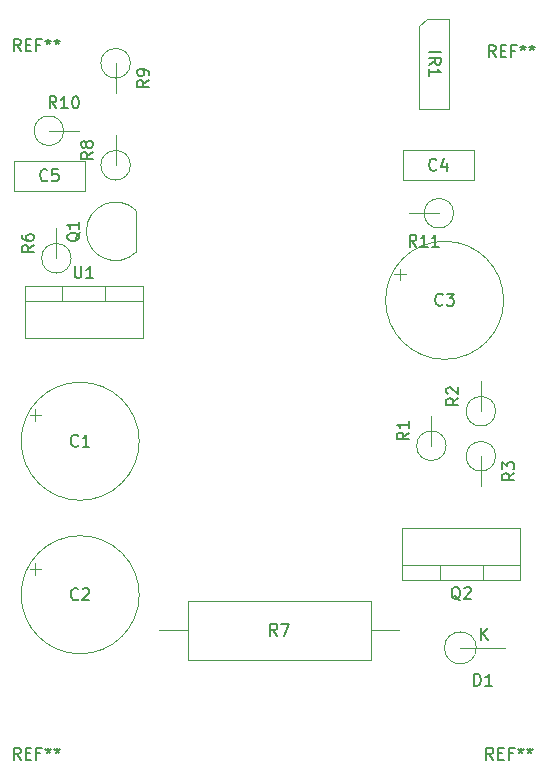
<source format=gbr>
G04 #@! TF.GenerationSoftware,KiCad,Pcbnew,5.1.5+dfsg1-2build2*
G04 #@! TF.CreationDate,2021-01-30T17:04:27-06:00*
G04 #@! TF.ProjectId,speaker-switcher-remote,73706561-6b65-4722-9d73-776974636865,rev?*
G04 #@! TF.SameCoordinates,Original*
G04 #@! TF.FileFunction,Other,Fab,Top*
%FSLAX46Y46*%
G04 Gerber Fmt 4.6, Leading zero omitted, Abs format (unit mm)*
G04 Created by KiCad (PCBNEW 5.1.5+dfsg1-2build2) date 2021-01-30 17:04:27*
%MOMM*%
%LPD*%
G04 APERTURE LIST*
%ADD10C,0.100000*%
%ADD11C,0.150000*%
G04 APERTURE END LIST*
D10*
X160620000Y-80700000D02*
X158080000Y-80700000D01*
X161870000Y-80700000D02*
G75*
G03X161870000Y-80700000I-1250000J0D01*
G01*
X124640000Y-78775000D02*
X130640000Y-78775000D01*
X124640000Y-76275000D02*
X124640000Y-78775000D01*
X130640000Y-76275000D02*
X124640000Y-76275000D01*
X130640000Y-78775000D02*
X130640000Y-76275000D01*
X133250000Y-76636000D02*
X133250000Y-74096000D01*
X134500000Y-76636000D02*
G75*
G03X134500000Y-76636000I-1250000J0D01*
G01*
X157319139Y-85378500D02*
X157319139Y-86378500D01*
X156819139Y-85878500D02*
X157819139Y-85878500D01*
X166108000Y-88066000D02*
G75*
G03X166108000Y-88066000I-5000000J0D01*
G01*
X127600000Y-73715000D02*
X130140000Y-73715000D01*
X128850000Y-73715000D02*
G75*
G03X128850000Y-73715000I-1250000J0D01*
G01*
X133250000Y-68000000D02*
X133250000Y-70540000D01*
X134500000Y-68000000D02*
G75*
G03X134500000Y-68000000I-1250000J0D01*
G01*
X128235000Y-84510000D02*
X128235000Y-81970000D01*
X129485000Y-84510000D02*
G75*
G03X129485000Y-84510000I-1250000J0D01*
G01*
X164176000Y-101274000D02*
X164176000Y-103814000D01*
X165426000Y-101274000D02*
G75*
G03X165426000Y-101274000I-1250000J0D01*
G01*
X164176000Y-97464000D02*
X164176000Y-94924000D01*
X165426000Y-97464000D02*
G75*
G03X165426000Y-97464000I-1250000J0D01*
G01*
X159985000Y-100385000D02*
X159985000Y-97845000D01*
X161235000Y-100385000D02*
G75*
G03X161235000Y-100385000I-1250000J0D01*
G01*
X135003625Y-83983625D02*
G75*
G02X130770000Y-82230000I-1753625J1753625D01*
G01*
X135003625Y-80476375D02*
G75*
G03X130770000Y-82230000I-1753625J-1753625D01*
G01*
X135000000Y-84000000D02*
X135000000Y-80500000D01*
X166250000Y-117500000D02*
X162440000Y-117500000D01*
X163790000Y-117500000D02*
G75*
G03X163790000Y-117500000I-1350000J0D01*
G01*
X163580000Y-75386000D02*
X157580000Y-75386000D01*
X163580000Y-77886000D02*
X163580000Y-75386000D01*
X157580000Y-77886000D02*
X163580000Y-77886000D01*
X157580000Y-75386000D02*
X157580000Y-77886000D01*
X126461139Y-110312500D02*
X126461139Y-111312500D01*
X125961139Y-110812500D02*
X126961139Y-110812500D01*
X135250000Y-113000000D02*
G75*
G03X135250000Y-113000000I-5000000J0D01*
G01*
X126461139Y-97312500D02*
X126461139Y-98312500D01*
X125961139Y-97812500D02*
X126961139Y-97812500D01*
X135250000Y-100000000D02*
G75*
G03X135250000Y-100000000I-5000000J0D01*
G01*
X136930000Y-116000000D02*
X139340000Y-116000000D01*
X157250000Y-116000000D02*
X154840000Y-116000000D01*
X139340000Y-118500000D02*
X154840000Y-118500000D01*
X139340000Y-113500000D02*
X139340000Y-118500000D01*
X154840000Y-113500000D02*
X139340000Y-113500000D01*
X154840000Y-118500000D02*
X154840000Y-113500000D01*
X132390000Y-86850000D02*
X132390000Y-88120000D01*
X128690000Y-86850000D02*
X128690000Y-88120000D01*
X125540000Y-88120000D02*
X135540000Y-88120000D01*
X135540000Y-86850000D02*
X125540000Y-86850000D01*
X135540000Y-91250000D02*
X135540000Y-86850000D01*
X125540000Y-91250000D02*
X135540000Y-91250000D01*
X125540000Y-86850000D02*
X125540000Y-91250000D01*
X160675000Y-111790000D02*
X160675000Y-110520000D01*
X164375000Y-111790000D02*
X164375000Y-110520000D01*
X167525000Y-110520000D02*
X157525000Y-110520000D01*
X157525000Y-111790000D02*
X167525000Y-111790000D01*
X157525000Y-107390000D02*
X157525000Y-111790000D01*
X167525000Y-107390000D02*
X157525000Y-107390000D01*
X167525000Y-111790000D02*
X167525000Y-107390000D01*
X158980000Y-64865000D02*
X159615000Y-64230000D01*
X158980000Y-71850000D02*
X158980000Y-64865000D01*
X161520000Y-71850000D02*
X158980000Y-71850000D01*
X161520000Y-64230000D02*
X161520000Y-71850000D01*
X159615000Y-64230000D02*
X161520000Y-64230000D01*
D11*
X158707142Y-83522380D02*
X158373809Y-83046190D01*
X158135714Y-83522380D02*
X158135714Y-82522380D01*
X158516666Y-82522380D01*
X158611904Y-82570000D01*
X158659523Y-82617619D01*
X158707142Y-82712857D01*
X158707142Y-82855714D01*
X158659523Y-82950952D01*
X158611904Y-82998571D01*
X158516666Y-83046190D01*
X158135714Y-83046190D01*
X159659523Y-83522380D02*
X159088095Y-83522380D01*
X159373809Y-83522380D02*
X159373809Y-82522380D01*
X159278571Y-82665238D01*
X159183333Y-82760476D01*
X159088095Y-82808095D01*
X160611904Y-83522380D02*
X160040476Y-83522380D01*
X160326190Y-83522380D02*
X160326190Y-82522380D01*
X160230952Y-82665238D01*
X160135714Y-82760476D01*
X160040476Y-82808095D01*
X127473333Y-77882142D02*
X127425714Y-77929761D01*
X127282857Y-77977380D01*
X127187619Y-77977380D01*
X127044761Y-77929761D01*
X126949523Y-77834523D01*
X126901904Y-77739285D01*
X126854285Y-77548809D01*
X126854285Y-77405952D01*
X126901904Y-77215476D01*
X126949523Y-77120238D01*
X127044761Y-77025000D01*
X127187619Y-76977380D01*
X127282857Y-76977380D01*
X127425714Y-77025000D01*
X127473333Y-77072619D01*
X128378095Y-76977380D02*
X127901904Y-76977380D01*
X127854285Y-77453571D01*
X127901904Y-77405952D01*
X127997142Y-77358333D01*
X128235238Y-77358333D01*
X128330476Y-77405952D01*
X128378095Y-77453571D01*
X128425714Y-77548809D01*
X128425714Y-77786904D01*
X128378095Y-77882142D01*
X128330476Y-77929761D01*
X128235238Y-77977380D01*
X127997142Y-77977380D01*
X127901904Y-77929761D01*
X127854285Y-77882142D01*
X131332380Y-75532666D02*
X130856190Y-75866000D01*
X131332380Y-76104095D02*
X130332380Y-76104095D01*
X130332380Y-75723142D01*
X130380000Y-75627904D01*
X130427619Y-75580285D01*
X130522857Y-75532666D01*
X130665714Y-75532666D01*
X130760952Y-75580285D01*
X130808571Y-75627904D01*
X130856190Y-75723142D01*
X130856190Y-76104095D01*
X130760952Y-74961238D02*
X130713333Y-75056476D01*
X130665714Y-75104095D01*
X130570476Y-75151714D01*
X130522857Y-75151714D01*
X130427619Y-75104095D01*
X130380000Y-75056476D01*
X130332380Y-74961238D01*
X130332380Y-74770761D01*
X130380000Y-74675523D01*
X130427619Y-74627904D01*
X130522857Y-74580285D01*
X130570476Y-74580285D01*
X130665714Y-74627904D01*
X130713333Y-74675523D01*
X130760952Y-74770761D01*
X130760952Y-74961238D01*
X130808571Y-75056476D01*
X130856190Y-75104095D01*
X130951428Y-75151714D01*
X131141904Y-75151714D01*
X131237142Y-75104095D01*
X131284761Y-75056476D01*
X131332380Y-74961238D01*
X131332380Y-74770761D01*
X131284761Y-74675523D01*
X131237142Y-74627904D01*
X131141904Y-74580285D01*
X130951428Y-74580285D01*
X130856190Y-74627904D01*
X130808571Y-74675523D01*
X130760952Y-74770761D01*
X160941333Y-88423142D02*
X160893714Y-88470761D01*
X160750857Y-88518380D01*
X160655619Y-88518380D01*
X160512761Y-88470761D01*
X160417523Y-88375523D01*
X160369904Y-88280285D01*
X160322285Y-88089809D01*
X160322285Y-87946952D01*
X160369904Y-87756476D01*
X160417523Y-87661238D01*
X160512761Y-87566000D01*
X160655619Y-87518380D01*
X160750857Y-87518380D01*
X160893714Y-87566000D01*
X160941333Y-87613619D01*
X161274666Y-87518380D02*
X161893714Y-87518380D01*
X161560380Y-87899333D01*
X161703238Y-87899333D01*
X161798476Y-87946952D01*
X161846095Y-87994571D01*
X161893714Y-88089809D01*
X161893714Y-88327904D01*
X161846095Y-88423142D01*
X161798476Y-88470761D01*
X161703238Y-88518380D01*
X161417523Y-88518380D01*
X161322285Y-88470761D01*
X161274666Y-88423142D01*
X128227142Y-71797380D02*
X127893809Y-71321190D01*
X127655714Y-71797380D02*
X127655714Y-70797380D01*
X128036666Y-70797380D01*
X128131904Y-70845000D01*
X128179523Y-70892619D01*
X128227142Y-70987857D01*
X128227142Y-71130714D01*
X128179523Y-71225952D01*
X128131904Y-71273571D01*
X128036666Y-71321190D01*
X127655714Y-71321190D01*
X129179523Y-71797380D02*
X128608095Y-71797380D01*
X128893809Y-71797380D02*
X128893809Y-70797380D01*
X128798571Y-70940238D01*
X128703333Y-71035476D01*
X128608095Y-71083095D01*
X129798571Y-70797380D02*
X129893809Y-70797380D01*
X129989047Y-70845000D01*
X130036666Y-70892619D01*
X130084285Y-70987857D01*
X130131904Y-71178333D01*
X130131904Y-71416428D01*
X130084285Y-71606904D01*
X130036666Y-71702142D01*
X129989047Y-71749761D01*
X129893809Y-71797380D01*
X129798571Y-71797380D01*
X129703333Y-71749761D01*
X129655714Y-71702142D01*
X129608095Y-71606904D01*
X129560476Y-71416428D01*
X129560476Y-71178333D01*
X129608095Y-70987857D01*
X129655714Y-70892619D01*
X129703333Y-70845000D01*
X129798571Y-70797380D01*
X136072380Y-69436666D02*
X135596190Y-69770000D01*
X136072380Y-70008095D02*
X135072380Y-70008095D01*
X135072380Y-69627142D01*
X135120000Y-69531904D01*
X135167619Y-69484285D01*
X135262857Y-69436666D01*
X135405714Y-69436666D01*
X135500952Y-69484285D01*
X135548571Y-69531904D01*
X135596190Y-69627142D01*
X135596190Y-70008095D01*
X136072380Y-68960476D02*
X136072380Y-68770000D01*
X136024761Y-68674761D01*
X135977142Y-68627142D01*
X135834285Y-68531904D01*
X135643809Y-68484285D01*
X135262857Y-68484285D01*
X135167619Y-68531904D01*
X135120000Y-68579523D01*
X135072380Y-68674761D01*
X135072380Y-68865238D01*
X135120000Y-68960476D01*
X135167619Y-69008095D01*
X135262857Y-69055714D01*
X135500952Y-69055714D01*
X135596190Y-69008095D01*
X135643809Y-68960476D01*
X135691428Y-68865238D01*
X135691428Y-68674761D01*
X135643809Y-68579523D01*
X135596190Y-68531904D01*
X135500952Y-68484285D01*
X126317380Y-83406666D02*
X125841190Y-83740000D01*
X126317380Y-83978095D02*
X125317380Y-83978095D01*
X125317380Y-83597142D01*
X125365000Y-83501904D01*
X125412619Y-83454285D01*
X125507857Y-83406666D01*
X125650714Y-83406666D01*
X125745952Y-83454285D01*
X125793571Y-83501904D01*
X125841190Y-83597142D01*
X125841190Y-83978095D01*
X125317380Y-82549523D02*
X125317380Y-82740000D01*
X125365000Y-82835238D01*
X125412619Y-82882857D01*
X125555476Y-82978095D01*
X125745952Y-83025714D01*
X126126904Y-83025714D01*
X126222142Y-82978095D01*
X126269761Y-82930476D01*
X126317380Y-82835238D01*
X126317380Y-82644761D01*
X126269761Y-82549523D01*
X126222142Y-82501904D01*
X126126904Y-82454285D01*
X125888809Y-82454285D01*
X125793571Y-82501904D01*
X125745952Y-82549523D01*
X125698333Y-82644761D01*
X125698333Y-82835238D01*
X125745952Y-82930476D01*
X125793571Y-82978095D01*
X125888809Y-83025714D01*
X166998380Y-102710666D02*
X166522190Y-103044000D01*
X166998380Y-103282095D02*
X165998380Y-103282095D01*
X165998380Y-102901142D01*
X166046000Y-102805904D01*
X166093619Y-102758285D01*
X166188857Y-102710666D01*
X166331714Y-102710666D01*
X166426952Y-102758285D01*
X166474571Y-102805904D01*
X166522190Y-102901142D01*
X166522190Y-103282095D01*
X165998380Y-102377333D02*
X165998380Y-101758285D01*
X166379333Y-102091619D01*
X166379333Y-101948761D01*
X166426952Y-101853523D01*
X166474571Y-101805904D01*
X166569809Y-101758285D01*
X166807904Y-101758285D01*
X166903142Y-101805904D01*
X166950761Y-101853523D01*
X166998380Y-101948761D01*
X166998380Y-102234476D01*
X166950761Y-102329714D01*
X166903142Y-102377333D01*
X162258380Y-96360666D02*
X161782190Y-96694000D01*
X162258380Y-96932095D02*
X161258380Y-96932095D01*
X161258380Y-96551142D01*
X161306000Y-96455904D01*
X161353619Y-96408285D01*
X161448857Y-96360666D01*
X161591714Y-96360666D01*
X161686952Y-96408285D01*
X161734571Y-96455904D01*
X161782190Y-96551142D01*
X161782190Y-96932095D01*
X161353619Y-95979714D02*
X161306000Y-95932095D01*
X161258380Y-95836857D01*
X161258380Y-95598761D01*
X161306000Y-95503523D01*
X161353619Y-95455904D01*
X161448857Y-95408285D01*
X161544095Y-95408285D01*
X161686952Y-95455904D01*
X162258380Y-96027333D01*
X162258380Y-95408285D01*
X158067380Y-99281666D02*
X157591190Y-99615000D01*
X158067380Y-99853095D02*
X157067380Y-99853095D01*
X157067380Y-99472142D01*
X157115000Y-99376904D01*
X157162619Y-99329285D01*
X157257857Y-99281666D01*
X157400714Y-99281666D01*
X157495952Y-99329285D01*
X157543571Y-99376904D01*
X157591190Y-99472142D01*
X157591190Y-99853095D01*
X158067380Y-98329285D02*
X158067380Y-98900714D01*
X158067380Y-98615000D02*
X157067380Y-98615000D01*
X157210238Y-98710238D01*
X157305476Y-98805476D01*
X157353095Y-98900714D01*
X130237619Y-82325238D02*
X130190000Y-82420476D01*
X130094761Y-82515714D01*
X129951904Y-82658571D01*
X129904285Y-82753809D01*
X129904285Y-82849047D01*
X130142380Y-82801428D02*
X130094761Y-82896666D01*
X129999523Y-82991904D01*
X129809047Y-83039523D01*
X129475714Y-83039523D01*
X129285238Y-82991904D01*
X129190000Y-82896666D01*
X129142380Y-82801428D01*
X129142380Y-82610952D01*
X129190000Y-82515714D01*
X129285238Y-82420476D01*
X129475714Y-82372857D01*
X129809047Y-82372857D01*
X129999523Y-82420476D01*
X130094761Y-82515714D01*
X130142380Y-82610952D01*
X130142380Y-82801428D01*
X130142380Y-81420476D02*
X130142380Y-81991904D01*
X130142380Y-81706190D02*
X129142380Y-81706190D01*
X129285238Y-81801428D01*
X129380476Y-81896666D01*
X129428095Y-81991904D01*
X164188095Y-116852380D02*
X164188095Y-115852380D01*
X164759523Y-116852380D02*
X164330952Y-116280952D01*
X164759523Y-115852380D02*
X164188095Y-116423809D01*
X163606904Y-120703015D02*
X163606904Y-119703015D01*
X163845000Y-119703015D01*
X163987857Y-119750635D01*
X164083095Y-119845873D01*
X164130714Y-119941111D01*
X164178333Y-120131587D01*
X164178333Y-120274444D01*
X164130714Y-120464920D01*
X164083095Y-120560158D01*
X163987857Y-120655396D01*
X163845000Y-120703015D01*
X163606904Y-120703015D01*
X165130714Y-120703015D02*
X164559285Y-120703015D01*
X164845000Y-120703015D02*
X164845000Y-119703015D01*
X164749761Y-119845873D01*
X164654523Y-119941111D01*
X164559285Y-119988730D01*
X160413333Y-76993142D02*
X160365714Y-77040761D01*
X160222857Y-77088380D01*
X160127619Y-77088380D01*
X159984761Y-77040761D01*
X159889523Y-76945523D01*
X159841904Y-76850285D01*
X159794285Y-76659809D01*
X159794285Y-76516952D01*
X159841904Y-76326476D01*
X159889523Y-76231238D01*
X159984761Y-76136000D01*
X160127619Y-76088380D01*
X160222857Y-76088380D01*
X160365714Y-76136000D01*
X160413333Y-76183619D01*
X161270476Y-76421714D02*
X161270476Y-77088380D01*
X161032380Y-76040761D02*
X160794285Y-76755047D01*
X161413333Y-76755047D01*
X130083333Y-113357142D02*
X130035714Y-113404761D01*
X129892857Y-113452380D01*
X129797619Y-113452380D01*
X129654761Y-113404761D01*
X129559523Y-113309523D01*
X129511904Y-113214285D01*
X129464285Y-113023809D01*
X129464285Y-112880952D01*
X129511904Y-112690476D01*
X129559523Y-112595238D01*
X129654761Y-112500000D01*
X129797619Y-112452380D01*
X129892857Y-112452380D01*
X130035714Y-112500000D01*
X130083333Y-112547619D01*
X130464285Y-112547619D02*
X130511904Y-112500000D01*
X130607142Y-112452380D01*
X130845238Y-112452380D01*
X130940476Y-112500000D01*
X130988095Y-112547619D01*
X131035714Y-112642857D01*
X131035714Y-112738095D01*
X130988095Y-112880952D01*
X130416666Y-113452380D01*
X131035714Y-113452380D01*
X130083333Y-100357142D02*
X130035714Y-100404761D01*
X129892857Y-100452380D01*
X129797619Y-100452380D01*
X129654761Y-100404761D01*
X129559523Y-100309523D01*
X129511904Y-100214285D01*
X129464285Y-100023809D01*
X129464285Y-99880952D01*
X129511904Y-99690476D01*
X129559523Y-99595238D01*
X129654761Y-99500000D01*
X129797619Y-99452380D01*
X129892857Y-99452380D01*
X130035714Y-99500000D01*
X130083333Y-99547619D01*
X131035714Y-100452380D02*
X130464285Y-100452380D01*
X130750000Y-100452380D02*
X130750000Y-99452380D01*
X130654761Y-99595238D01*
X130559523Y-99690476D01*
X130464285Y-99738095D01*
X146923333Y-116452380D02*
X146590000Y-115976190D01*
X146351904Y-116452380D02*
X146351904Y-115452380D01*
X146732857Y-115452380D01*
X146828095Y-115500000D01*
X146875714Y-115547619D01*
X146923333Y-115642857D01*
X146923333Y-115785714D01*
X146875714Y-115880952D01*
X146828095Y-115928571D01*
X146732857Y-115976190D01*
X146351904Y-115976190D01*
X147256666Y-115452380D02*
X147923333Y-115452380D01*
X147494761Y-116452380D01*
X129778095Y-85182380D02*
X129778095Y-85991904D01*
X129825714Y-86087142D01*
X129873333Y-86134761D01*
X129968571Y-86182380D01*
X130159047Y-86182380D01*
X130254285Y-86134761D01*
X130301904Y-86087142D01*
X130349523Y-85991904D01*
X130349523Y-85182380D01*
X131349523Y-86182380D02*
X130778095Y-86182380D01*
X131063809Y-86182380D02*
X131063809Y-85182380D01*
X130968571Y-85325238D01*
X130873333Y-85420476D01*
X130778095Y-85468095D01*
X162429761Y-113457619D02*
X162334523Y-113410000D01*
X162239285Y-113314761D01*
X162096428Y-113171904D01*
X162001190Y-113124285D01*
X161905952Y-113124285D01*
X161953571Y-113362380D02*
X161858333Y-113314761D01*
X161763095Y-113219523D01*
X161715476Y-113029047D01*
X161715476Y-112695714D01*
X161763095Y-112505238D01*
X161858333Y-112410000D01*
X161953571Y-112362380D01*
X162144047Y-112362380D01*
X162239285Y-112410000D01*
X162334523Y-112505238D01*
X162382142Y-112695714D01*
X162382142Y-113029047D01*
X162334523Y-113219523D01*
X162239285Y-113314761D01*
X162144047Y-113362380D01*
X161953571Y-113362380D01*
X162763095Y-112457619D02*
X162810714Y-112410000D01*
X162905952Y-112362380D01*
X163144047Y-112362380D01*
X163239285Y-112410000D01*
X163286904Y-112457619D01*
X163334523Y-112552857D01*
X163334523Y-112648095D01*
X163286904Y-112790952D01*
X162715476Y-113362380D01*
X163334523Y-113362380D01*
X159797619Y-67063809D02*
X160797619Y-67063809D01*
X159797619Y-68111428D02*
X160273809Y-67778095D01*
X159797619Y-67540000D02*
X160797619Y-67540000D01*
X160797619Y-67920952D01*
X160750000Y-68016190D01*
X160702380Y-68063809D01*
X160607142Y-68111428D01*
X160464285Y-68111428D01*
X160369047Y-68063809D01*
X160321428Y-68016190D01*
X160273809Y-67920952D01*
X160273809Y-67540000D01*
X159797619Y-69063809D02*
X159797619Y-68492380D01*
X159797619Y-68778095D02*
X160797619Y-68778095D01*
X160654761Y-68682857D01*
X160559523Y-68587619D01*
X160511904Y-68492380D01*
X165216666Y-126952380D02*
X164883333Y-126476190D01*
X164645238Y-126952380D02*
X164645238Y-125952380D01*
X165026190Y-125952380D01*
X165121428Y-126000000D01*
X165169047Y-126047619D01*
X165216666Y-126142857D01*
X165216666Y-126285714D01*
X165169047Y-126380952D01*
X165121428Y-126428571D01*
X165026190Y-126476190D01*
X164645238Y-126476190D01*
X165645238Y-126428571D02*
X165978571Y-126428571D01*
X166121428Y-126952380D02*
X165645238Y-126952380D01*
X165645238Y-125952380D01*
X166121428Y-125952380D01*
X166883333Y-126428571D02*
X166550000Y-126428571D01*
X166550000Y-126952380D02*
X166550000Y-125952380D01*
X167026190Y-125952380D01*
X167550000Y-125952380D02*
X167550000Y-126190476D01*
X167311904Y-126095238D02*
X167550000Y-126190476D01*
X167788095Y-126095238D01*
X167407142Y-126380952D02*
X167550000Y-126190476D01*
X167692857Y-126380952D01*
X168311904Y-125952380D02*
X168311904Y-126190476D01*
X168073809Y-126095238D02*
X168311904Y-126190476D01*
X168550000Y-126095238D01*
X168169047Y-126380952D02*
X168311904Y-126190476D01*
X168454761Y-126380952D01*
X125216666Y-126952380D02*
X124883333Y-126476190D01*
X124645238Y-126952380D02*
X124645238Y-125952380D01*
X125026190Y-125952380D01*
X125121428Y-126000000D01*
X125169047Y-126047619D01*
X125216666Y-126142857D01*
X125216666Y-126285714D01*
X125169047Y-126380952D01*
X125121428Y-126428571D01*
X125026190Y-126476190D01*
X124645238Y-126476190D01*
X125645238Y-126428571D02*
X125978571Y-126428571D01*
X126121428Y-126952380D02*
X125645238Y-126952380D01*
X125645238Y-125952380D01*
X126121428Y-125952380D01*
X126883333Y-126428571D02*
X126550000Y-126428571D01*
X126550000Y-126952380D02*
X126550000Y-125952380D01*
X127026190Y-125952380D01*
X127550000Y-125952380D02*
X127550000Y-126190476D01*
X127311904Y-126095238D02*
X127550000Y-126190476D01*
X127788095Y-126095238D01*
X127407142Y-126380952D02*
X127550000Y-126190476D01*
X127692857Y-126380952D01*
X128311904Y-125952380D02*
X128311904Y-126190476D01*
X128073809Y-126095238D02*
X128311904Y-126190476D01*
X128550000Y-126095238D01*
X128169047Y-126380952D02*
X128311904Y-126190476D01*
X128454761Y-126380952D01*
X125216666Y-66952380D02*
X124883333Y-66476190D01*
X124645238Y-66952380D02*
X124645238Y-65952380D01*
X125026190Y-65952380D01*
X125121428Y-66000000D01*
X125169047Y-66047619D01*
X125216666Y-66142857D01*
X125216666Y-66285714D01*
X125169047Y-66380952D01*
X125121428Y-66428571D01*
X125026190Y-66476190D01*
X124645238Y-66476190D01*
X125645238Y-66428571D02*
X125978571Y-66428571D01*
X126121428Y-66952380D02*
X125645238Y-66952380D01*
X125645238Y-65952380D01*
X126121428Y-65952380D01*
X126883333Y-66428571D02*
X126550000Y-66428571D01*
X126550000Y-66952380D02*
X126550000Y-65952380D01*
X127026190Y-65952380D01*
X127550000Y-65952380D02*
X127550000Y-66190476D01*
X127311904Y-66095238D02*
X127550000Y-66190476D01*
X127788095Y-66095238D01*
X127407142Y-66380952D02*
X127550000Y-66190476D01*
X127692857Y-66380952D01*
X128311904Y-65952380D02*
X128311904Y-66190476D01*
X128073809Y-66095238D02*
X128311904Y-66190476D01*
X128550000Y-66095238D01*
X128169047Y-66380952D02*
X128311904Y-66190476D01*
X128454761Y-66380952D01*
X165416666Y-67452380D02*
X165083333Y-66976190D01*
X164845238Y-67452380D02*
X164845238Y-66452380D01*
X165226190Y-66452380D01*
X165321428Y-66500000D01*
X165369047Y-66547619D01*
X165416666Y-66642857D01*
X165416666Y-66785714D01*
X165369047Y-66880952D01*
X165321428Y-66928571D01*
X165226190Y-66976190D01*
X164845238Y-66976190D01*
X165845238Y-66928571D02*
X166178571Y-66928571D01*
X166321428Y-67452380D02*
X165845238Y-67452380D01*
X165845238Y-66452380D01*
X166321428Y-66452380D01*
X167083333Y-66928571D02*
X166750000Y-66928571D01*
X166750000Y-67452380D02*
X166750000Y-66452380D01*
X167226190Y-66452380D01*
X167750000Y-66452380D02*
X167750000Y-66690476D01*
X167511904Y-66595238D02*
X167750000Y-66690476D01*
X167988095Y-66595238D01*
X167607142Y-66880952D02*
X167750000Y-66690476D01*
X167892857Y-66880952D01*
X168511904Y-66452380D02*
X168511904Y-66690476D01*
X168273809Y-66595238D02*
X168511904Y-66690476D01*
X168750000Y-66595238D01*
X168369047Y-66880952D02*
X168511904Y-66690476D01*
X168654761Y-66880952D01*
M02*

</source>
